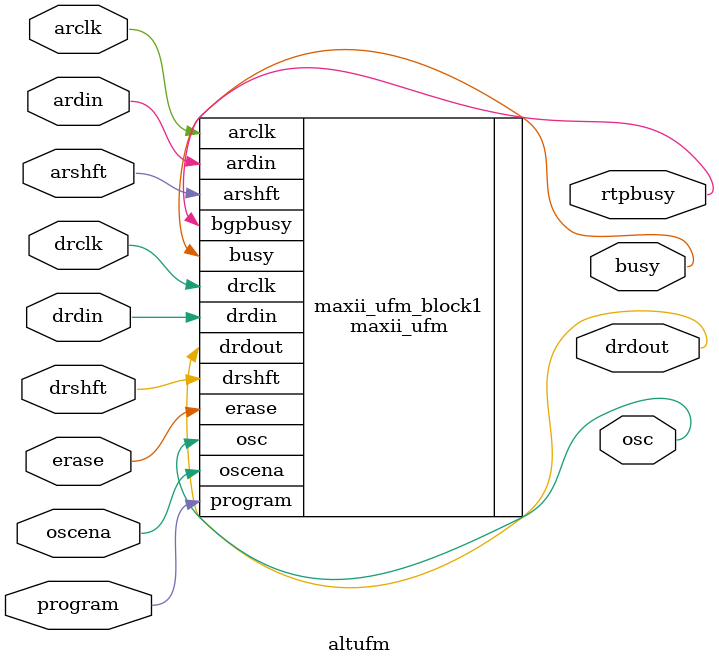
<source format=v>
`timescale 1 ps / 1 ps

module altufm
(
    input   arclk,      // Запись на позитивном фронте АДРЕС
    input   ardin,      // Входящий бит адреса (MSB), первый бит старший
    input   arshft,     // =1 последовательная загрузка адреса, =0 то +1 к адресу
    output  busy,       // =1 Устройство занято
    input   drclk,      // Запись на позитивном фронте ДАННЫХ
    input   drdin,      // Входящие бит MSB
    output  drdout,     // Исходящий бит MSB
    input   drshft,     // =0 @posedge drclk, копирование из/в UFM, =1 вдвиг бита
    input   erase,      // =1 очистить блок
    output  osc,        // Тактовый осциллятор ~ 5.5 Мгц
    input   oscena,     // =1 Разрешение тактового генератора
    input   program,    // =1 Программирование UFM
    output  rtpbusy     // =1 Устройство занято программированием
);

maxii_ufm maxii_ufm_block1
(
    .arclk          (arclk),
    .ardin          (ardin),
    .arshft         (arshft),
    .bgpbusy        (rtpbusy),
    .busy           (busy),
    .drclk          (drclk),
    .drdin          (drdin),
    .drdout         (drdout),
    .drshft         (drshft),
    .erase          (erase),
    .osc            (osc),
    .oscena         (oscena),
    .program        (program),
    // synopsys translate_off
    .ctrl_bgpbusy   (1'b0),
    .devclrn        (1'b1),
    .devpor         (1'b1),
    .sbdin          (1'b0),
    .sbdout         ()
    // synopsys translate_on
);

defparam
    maxii_ufm_block1.address_width   = 9,
    maxii_ufm_block1.erase_time      = 500000000,
    maxii_ufm_block1.init_file       = "ufm.mif",
    // Копия тестовых данных 1Кб
    maxii_ufm_block1.mem1            = 512'hFFFFFFFFFFFFFFFFFFFFFFFFFFFFFFFFFFFFFFFFFFFFFFFFFFFFFFFFFFFFFFFFFFFFFFFFFFFFFFFFFFFFFFFFFFFFFFFFFFFFFFFFFFFFFFFFFFFFFFFFFFFFFFFF,
    maxii_ufm_block1.mem2            = 512'hFFFFFFFFFFFFFFFFFFFFFFFFFFFFFFFFFFFFFFFFFFFFFFFFFFFFFFFFFFFFFFFFFFFFFFFFFFFFFFFFFFFFFFFFFFFFFFFFFFFFFFFFFFFFFFFFFFFFFFFFFFFFFFFF,
    maxii_ufm_block1.mem3            = 512'hFFFFFFFFFFFFFFFFFFFFFFFFFFFFFFFFFFFFFFFFFFFFFFFFFFFFFFFFFFFFFFFFFFFFFFFFFFFFFFFFFFFFFFFFFFFFFFFFFFFFFFFFFFFFFFFFFFFFFFFFFFFFFFFF,
    maxii_ufm_block1.mem4            = 512'hFFFFFFFFFFFFFFFFFFFFFFFFFFFFFFFFFFFFFFFFFFFFFFFFFFFFFFFFFFFFFFFFFFFFFFFFFFFFFFFFFFFFFFFFFFFFFFFFFFFFFFFFFFFFFFFFFFFFFFFFFFFFFFFF,
    maxii_ufm_block1.mem5            = 512'hFFFFFFFFFFFFFFFFFFFFFFFFFFFFFFFFFFFFFFFFFFFFFFFFFFFFFFFFFFFFFFFFFFFFFFFFFFFFFFFFFFFFFFFFFFFFFFFFFFFFFFFFFFFFFFFFFFFFFFFFFFFFFFFF,
    maxii_ufm_block1.mem6            = 512'hFFFFFFFFFFFFFFFFFFFFFFFFFFFFFFFFFFFFFFFFFFFFFFFFFFFFFFFFFFFFFFFFFFFFFFFFFFFFFFFFFFFFFFFFFFFFFFFFFFFFFFFFFFFFFFFFFFFFFFFFFFFFFFFF,
    maxii_ufm_block1.mem7            = 512'hFFFFFFFFFFFFFFFFFFFFFFFFFFFFFFFFFFFFFFFFFFFFFFFFFFFFFFFFFFFFFFFFFFFFFFFFFFFFFFFFFFFFFFFFFFFFFFFFFFFFFFFFFFFFFFFFFFFFFFFFFFFFFFFF,
    maxii_ufm_block1.mem8            = 512'hFFFFFFFFFFFFFFFFFFFFFFFFFFFFFFFFFFFFFFFFFFFFFFFFFFFFFFFFFFFFFFFFFFFFFFFFFFFFFFFFFFFFFFFFFFFFFFFFFFFFFFFFFFFFFFFFFFFFFFFFFFFFFFFF,
    maxii_ufm_block1.mem9            = 512'hFFFFFFFFFFFFFFFFFFFFFFFFFFFFFFFFFFFFFFFFFFFFFFFFFFFFFFFFFFFFFFFFFFFFFFFFFFFFFFFFFFFFFFFFFFFFFFFFFFFFFFFFFFFFFFFFFFFFFFFFFFFFFFFF,
    maxii_ufm_block1.mem10           = 512'hFFFFFFFFFFFFFFFFFFFFFFFFFFFFFFFFFFFFFFFFFFFFFFFFFFFFFFFFFFFFFFFFFFFFFFFFFFFFFFFFFFFFFFFFFFFFFFFFFFFFFFFFFFFFFFFFFFFFFFFFFFFFFFFF,
    maxii_ufm_block1.mem11           = 512'hFFFFFFFFFFFFFFFFFFFFFFFFFFFFFFFFFFFFFFFFFFFFFFFFFFFFFFFFFFFFFFFFFFFFFFFFFFFFFFFFFFFFFFFFFFFFFFFFFFFFFFFFFFFFFFFFFFFFFFFFFFFFFFFF,
    maxii_ufm_block1.mem12           = 512'hFFFFFFFFFFFFFFFFFFFFFFFFFFFFFFFFFFFFFFFFFFFFFFFFFFFFFFFFFFFFFFFFFFFFFFFFFFFFFFFFFFFFFFFFFFFFFFFFFFFFFFFFFFFFFFFFFFFFFFFFFFFFFFFF,
    maxii_ufm_block1.mem13           = 512'hFFFFFFFFFFFFFFFFFFFFFFFFFFFFFFFFFFFFFFFFFFFFFFFFFFFFFFFFFFFFFFFFFFFFFFFFFFFFFFFFFFFFFFFFFFFFFFFFFFFFFFFFFFFFFFFFFFFFFFFFFFFFFFFF,
    maxii_ufm_block1.mem14           = 512'hFFFFFFFFFFFFFFFFFFFFFFFFFFFFFFFFFFFFFFFFFFFFFFFFFFFFFFFFFFFFFFFFFFFFFFFFFFFFFFFFFFFFFFFFFFFFFFFFFFFFFFFFFFFFFFFFFFFFFFFFFFFFFFFF,
    maxii_ufm_block1.mem15           = 512'hFFFFFFFFFFFFFFFFFFFFFFFFFFFFFFFFFFFFFFFFFFFFFFFFFFFFFFFFFFFFFFFFFFFFFFFFFFFFFFFFFFFFFFFFFFFFFFFFFFFFFFFFFFFFFFFFFFFFFFFFFFFFFFFF,
    maxii_ufm_block1.mem16           = 512'hFFFFFFFFFFFFFFFFFFFFFFFFFFFFFFFFFFFFFFFFFFFFFFFFFFFFFFFFFFFFFFFFFFFFFFFFFFFFFFFFFFFFFFFFFFFFFFFFFFFFFFFFFFFFFFFFFFFFFFFFFFFFFFFF,
    maxii_ufm_block1.osc_sim_setting = 180000,
    maxii_ufm_block1.program_time    = 1600000,
    maxii_ufm_block1.lpm_type        = "maxii_ufm";

endmodule
</source>
